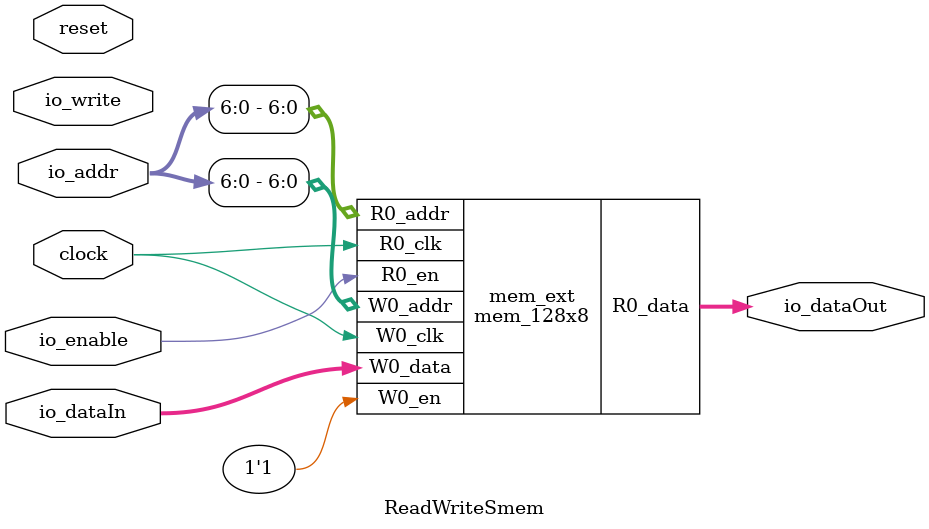
<source format=v>
module mem_128x8(
  input  [6:0] R0_addr,
  input        R0_en,
               R0_clk,
  input  [6:0] W0_addr,
  input        W0_en,
               W0_clk,
  input  [7:0] W0_data,
  output [7:0] R0_data
);

  reg [7:0] Memory[0:127];
  reg       _R0_en_d0;
  reg [6:0] _R0_addr_d0;
  always @(posedge R0_clk) begin
    _R0_en_d0 <= R0_en;
    _R0_addr_d0 <= R0_addr;
  end // always @(posedge)
  always @(posedge W0_clk) begin
    if (W0_en)
      Memory[W0_addr] <= W0_data;
  end // always @(posedge)
  assign R0_data = _R0_en_d0 ? Memory[_R0_addr_d0] : 8'bx;
endmodule

module ReadWriteSmem(
  input        clock,
               reset,
               io_enable,
               io_write,
  input  [9:0] io_addr,
  input  [7:0] io_dataIn,
  output [7:0] io_dataOut
);

  mem_128x8 mem_ext (
    .R0_addr (io_addr[6:0]),
    .R0_en   (io_enable),
    .R0_clk  (clock),
    .W0_addr (io_addr[6:0]),
    .W0_en   (1'h1),
    .W0_clk  (clock),
    .W0_data (io_dataIn),
    .R0_data (io_dataOut)
  );
endmodule


</source>
